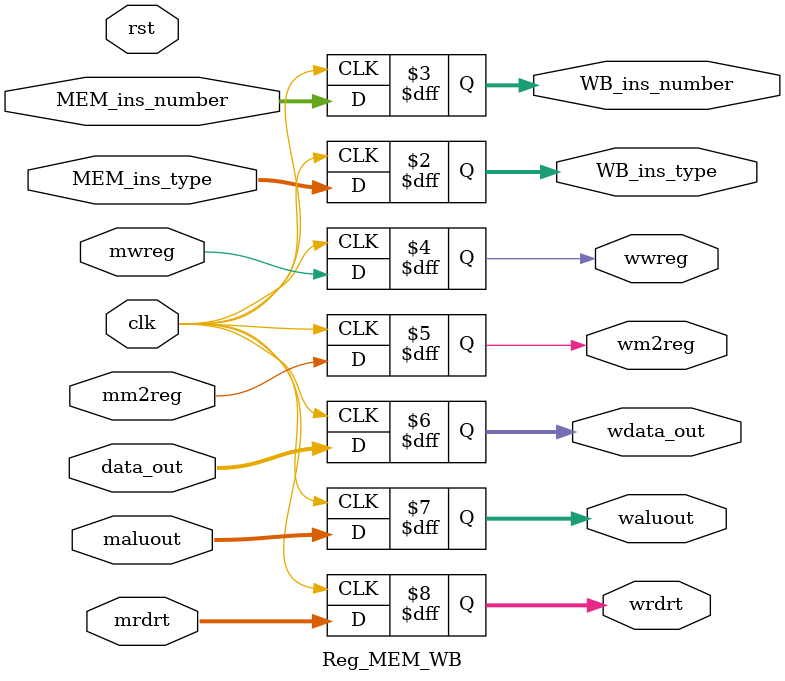
<source format=v>
`timescale 1ns / 1ps
module Reg_MEM_WB(clk,rst,mwreg,mm2reg,data_out,maluout,mrdrt,	//inputs
	wwreg,wm2reg,wdata_out,waluout,wrdrt, //outputs
	MEM_ins_type, MEM_ins_number, WB_ins_type, WB_ins_number);	
	input clk;
	input rst;                      //Õâ¸öÄ£¿éÎªwbºÍmemÖ®¼äµÄËø´æÆ÷
	input mwreg,mm2reg;
	input [31:0] data_out,maluout;
	input [4:0] mrdrt;
	
	input[3:0] MEM_ins_type;
	input[3:0] MEM_ins_number;
	output[3:0] WB_ins_type;
	output[3:0] WB_ins_number;
	
	output wwreg,wm2reg;
	output [31:0] wdata_out,waluout;
	output [4:0] wrdrt;

	reg wwreg,wm2reg;
	reg [31:0] wdata_out,waluout;
	reg [4:0] wrdrt;	
	reg[3:0] WB_ins_type;
	reg[3:0] WB_ins_number;
	
	always@(posedge clk)	begin
		wwreg <= mwreg;
		wm2reg <= mm2reg;
		wdata_out <= data_out;
		waluout <= maluout;
		wrdrt <= mrdrt;
		WB_ins_type <= MEM_ins_type;
		WB_ins_number <= MEM_ins_number;
	end
endmodule


</source>
